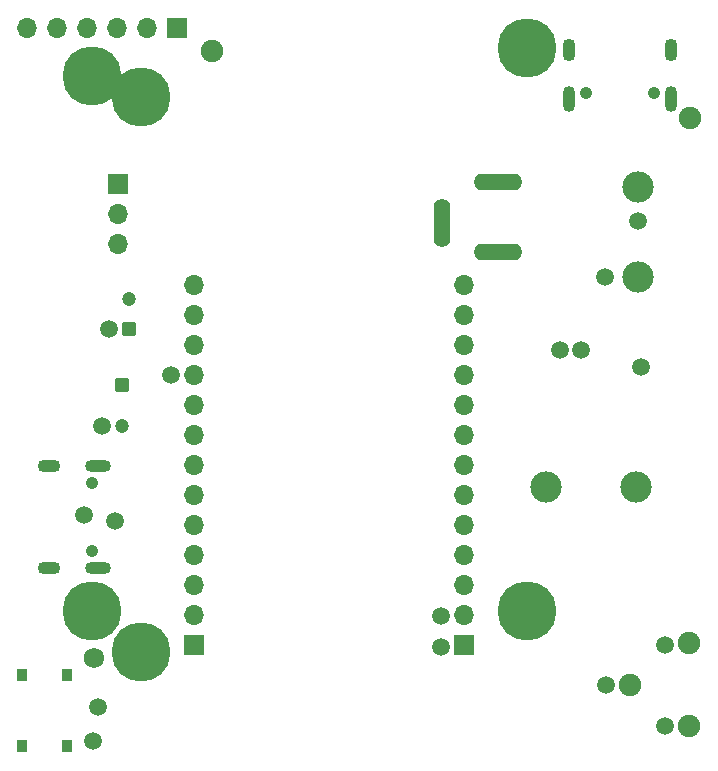
<source format=gbs>
G04 #@! TF.GenerationSoftware,KiCad,Pcbnew,9.0.6*
G04 #@! TF.CreationDate,2025-12-01T14:44:23+01:00*
G04 #@! TF.ProjectId,wled-eth.versioned,776c6564-2d65-4746-982e-76657273696f,v0.49*
G04 #@! TF.SameCoordinates,Original*
G04 #@! TF.FileFunction,Soldermask,Bot*
G04 #@! TF.FilePolarity,Negative*
%FSLAX46Y46*%
G04 Gerber Fmt 4.6, Leading zero omitted, Abs format (unit mm)*
G04 Created by KiCad (PCBNEW 9.0.6) date 2025-12-01 14:44:23*
%MOMM*%
%LPD*%
G01*
G04 APERTURE LIST*
G04 Aperture macros list*
%AMRoundRect*
0 Rectangle with rounded corners*
0 $1 Rounding radius*
0 $2 $3 $4 $5 $6 $7 $8 $9 X,Y pos of 4 corners*
0 Add a 4 corners polygon primitive as box body*
4,1,4,$2,$3,$4,$5,$6,$7,$8,$9,$2,$3,0*
0 Add four circle primitives for the rounded corners*
1,1,$1+$1,$2,$3*
1,1,$1+$1,$4,$5*
1,1,$1+$1,$6,$7*
1,1,$1+$1,$8,$9*
0 Add four rect primitives between the rounded corners*
20,1,$1+$1,$2,$3,$4,$5,0*
20,1,$1+$1,$4,$5,$6,$7,0*
20,1,$1+$1,$6,$7,$8,$9,0*
20,1,$1+$1,$8,$9,$2,$3,0*%
G04 Aperture macros list end*
%ADD10RoundRect,0.050000X0.550000X0.550000X-0.550000X0.550000X-0.550000X-0.550000X0.550000X-0.550000X0*%
%ADD11C,1.200000*%
%ADD12C,0.800000*%
%ADD13C,5.000000*%
%ADD14RoundRect,0.050000X-0.550000X-0.550000X0.550000X-0.550000X0.550000X0.550000X-0.550000X0.550000X0*%
%ADD15O,1.100000X1.900000*%
%ADD16O,1.070000X2.170000*%
%ADD17C,1.050000*%
%ADD18R,1.700000X1.700000*%
%ADD19O,1.700000X1.700000*%
%ADD20O,1.900000X1.100000*%
%ADD21O,2.170000X1.070000*%
%ADD22C,1.726000*%
%ADD23C,1.900000*%
%ADD24C,2.650000*%
%ADD25C,1.896000*%
%ADD26C,1.500000*%
%ADD27O,4.100000X1.400000*%
%ADD28O,1.400000X4.100000*%
%ADD29RoundRect,0.050000X-0.375000X0.500000X-0.375000X-0.500000X0.375000X-0.500000X0.375000X0.500000X0*%
G04 APERTURE END LIST*
D10*
G04 #@! TO.C,C4*
X14800000Y-65550000D03*
D11*
X14800000Y-63050000D03*
G04 #@! TD*
D12*
G04 #@! TO.C,REF\u002A\u002A*
X46625000Y-41775000D03*
X47174175Y-40449175D03*
X47174175Y-43100825D03*
X48500000Y-39900000D03*
D13*
X48500000Y-41775000D03*
D12*
X48500000Y-43650000D03*
X49825825Y-40449175D03*
X49825825Y-43100825D03*
X50375000Y-41775000D03*
G04 #@! TD*
D14*
G04 #@! TO.C,C1*
X14200000Y-70300000D03*
D11*
X14200000Y-73800000D03*
G04 #@! TD*
D15*
G04 #@! TO.C,J7*
X52080000Y-41920000D03*
D16*
X52080000Y-46090000D03*
D17*
X53510000Y-45560000D03*
X59290000Y-45560000D03*
D15*
X60720000Y-41920000D03*
D16*
X60720000Y-46090000D03*
G04 #@! TD*
D12*
G04 #@! TO.C,REF\u002A\u002A*
X13925000Y-92900000D03*
X14474175Y-91574175D03*
X14474175Y-94225825D03*
X15800000Y-91025000D03*
D13*
X15800000Y-92900000D03*
D12*
X15800000Y-94775000D03*
X17125825Y-91574175D03*
X17125825Y-94225825D03*
X17675000Y-92900000D03*
G04 #@! TD*
D18*
G04 #@! TO.C,J11*
X43200000Y-92375000D03*
D19*
X43200000Y-89835000D03*
X43200000Y-87295000D03*
X43200000Y-84755000D03*
X43200000Y-82215000D03*
X43200000Y-79675000D03*
X43200000Y-77135000D03*
X43200000Y-74595000D03*
X43200000Y-72055000D03*
X43200000Y-69515000D03*
X43200000Y-66975000D03*
X43200000Y-64435000D03*
X43200000Y-61895000D03*
G04 #@! TD*
D20*
G04 #@! TO.C,J1*
X8020000Y-85820000D03*
D21*
X12190000Y-85820000D03*
D17*
X11660000Y-84390000D03*
X11660000Y-78610000D03*
D20*
X8020000Y-77180000D03*
D21*
X12190000Y-77180000D03*
G04 #@! TD*
D22*
G04 #@! TO.C,*
X11900000Y-93400000D03*
G04 #@! TD*
D18*
G04 #@! TO.C,J5*
X18900000Y-40100000D03*
D19*
X16360000Y-40100000D03*
X13820000Y-40100000D03*
X11280000Y-40100000D03*
X8740000Y-40100000D03*
X6200000Y-40100000D03*
G04 #@! TD*
D12*
G04 #@! TO.C,REF\u002A\u002A*
X46625000Y-89500000D03*
X47174175Y-88174175D03*
X47174175Y-90825825D03*
X48500000Y-87625000D03*
D13*
X48500000Y-89500000D03*
D12*
X48500000Y-91375000D03*
X49825825Y-88174175D03*
X49825825Y-90825825D03*
X50375000Y-89500000D03*
G04 #@! TD*
G04 #@! TO.C,REF\u002A\u002A*
X13925000Y-45900000D03*
X14474175Y-44574175D03*
X14474175Y-47225825D03*
X15800000Y-44025000D03*
D13*
X15800000Y-45900000D03*
D12*
X15800000Y-47775000D03*
X17125825Y-44574175D03*
X17125825Y-47225825D03*
X17675000Y-45900000D03*
G04 #@! TD*
D18*
G04 #@! TO.C,J6*
X13900000Y-53275000D03*
D19*
X13900000Y-55815000D03*
X13900000Y-58355000D03*
G04 #@! TD*
D23*
G04 #@! TO.C,J12*
X62200000Y-92200000D03*
X57200000Y-95700000D03*
X62200000Y-99200000D03*
G04 #@! TD*
D24*
G04 #@! TO.C,J2*
X57710000Y-79000000D03*
X50090000Y-79000000D03*
G04 #@! TD*
D12*
G04 #@! TO.C,REF\u002A\u002A*
X9825000Y-44200000D03*
X10374175Y-42874175D03*
X10374175Y-45525825D03*
X11700000Y-42325000D03*
D13*
X11700000Y-44200000D03*
D12*
X11700000Y-46075000D03*
X13025825Y-42874175D03*
X13025825Y-45525825D03*
X13575000Y-44200000D03*
G04 #@! TD*
D18*
G04 #@! TO.C,J10*
X20350000Y-92375000D03*
D19*
X20350000Y-89835000D03*
X20350000Y-87295000D03*
X20350000Y-84755000D03*
X20350000Y-82215000D03*
X20350000Y-79675000D03*
X20350000Y-77135000D03*
X20350000Y-74595000D03*
X20350000Y-72055000D03*
X20350000Y-69515000D03*
X20350000Y-66975000D03*
X20350000Y-64435000D03*
X20350000Y-61895000D03*
G04 #@! TD*
D24*
G04 #@! TO.C,J3*
X57900000Y-53600000D03*
X57900000Y-61220000D03*
G04 #@! TD*
D25*
G04 #@! TO.C,*
X62300000Y-47700000D03*
G04 #@! TD*
D26*
G04 #@! TO.C,F1*
X53100000Y-67400000D03*
X58200000Y-68800000D03*
G04 #@! TD*
D27*
G04 #@! TO.C,J4*
X46100000Y-59100000D03*
X46100000Y-53100000D03*
D28*
X41300000Y-56600000D03*
G04 #@! TD*
D12*
G04 #@! TO.C,REF\u002A\u002A*
X9825000Y-89500000D03*
X10374175Y-88174175D03*
X10374175Y-90825825D03*
X11700000Y-87625000D03*
D13*
X11700000Y-89500000D03*
D12*
X11700000Y-91375000D03*
X13025825Y-88174175D03*
X13025825Y-90825825D03*
X13575000Y-89500000D03*
G04 #@! TD*
D25*
G04 #@! TO.C,REF\u002A\u002A*
X21850000Y-42050000D03*
G04 #@! TD*
D26*
G04 #@! TO.C,TP10*
X12200000Y-97600000D03*
G04 #@! TD*
G04 #@! TO.C,TP15*
X57900000Y-56400000D03*
G04 #@! TD*
G04 #@! TO.C,TP5*
X51300000Y-67400000D03*
G04 #@! TD*
G04 #@! TO.C,TP2*
X13100000Y-65600000D03*
G04 #@! TD*
G04 #@! TO.C,TP11*
X11800000Y-100500000D03*
G04 #@! TD*
G04 #@! TO.C,TP9*
X41200000Y-92500000D03*
G04 #@! TD*
G04 #@! TO.C,TP3*
X55100000Y-61200000D03*
G04 #@! TD*
G04 #@! TO.C,TP13*
X55200000Y-95700000D03*
G04 #@! TD*
G04 #@! TO.C,TP6*
X11000000Y-81300000D03*
G04 #@! TD*
G04 #@! TO.C,TP8*
X41200000Y-89900000D03*
G04 #@! TD*
G04 #@! TO.C,TP12*
X60200000Y-99200000D03*
G04 #@! TD*
G04 #@! TO.C,TP7*
X13600000Y-81800000D03*
G04 #@! TD*
G04 #@! TO.C,TP1*
X12500000Y-73800000D03*
G04 #@! TD*
G04 #@! TO.C,TP14*
X60200000Y-92300000D03*
G04 #@! TD*
G04 #@! TO.C,TP4*
X18400000Y-69500000D03*
G04 #@! TD*
D29*
G04 #@! TO.C,SW2*
X5800000Y-94900000D03*
X5800000Y-100900000D03*
X9550000Y-94900000D03*
X9550000Y-100900000D03*
G04 #@! TD*
M02*

</source>
